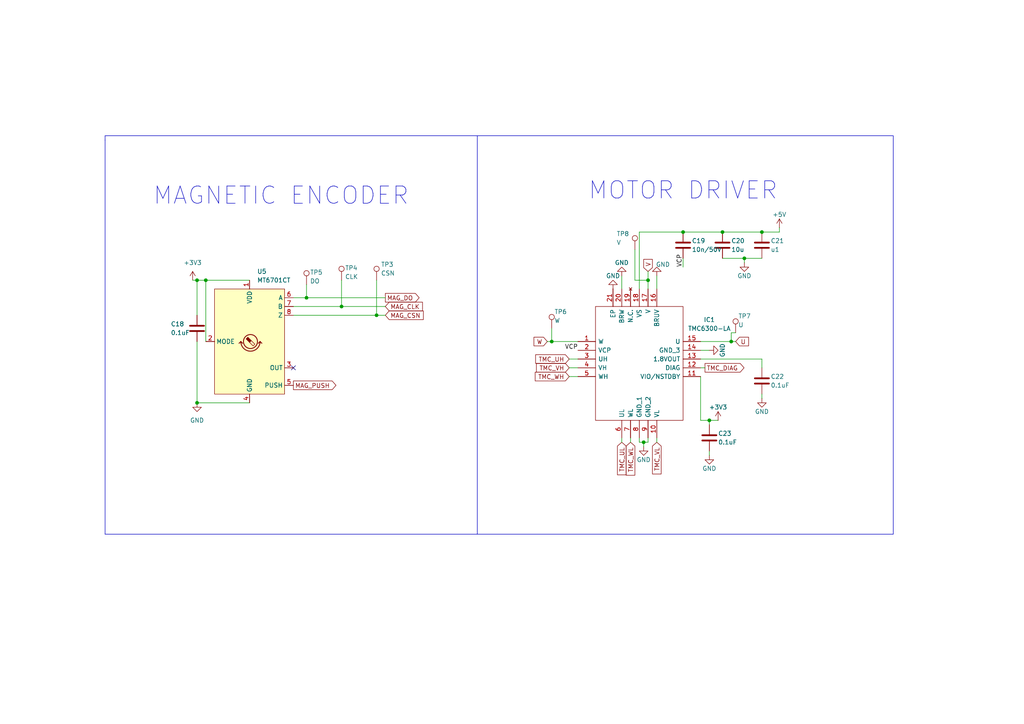
<source format=kicad_sch>
(kicad_sch (version 20250114) (generator "eeschema") (generator_version "9.0")
  (paper "A4")
  (lib_symbols
    (symbol "Connector:TestPoint" (pin_numbers (hide yes)) (pin_names (offset 0.762) (hide yes))
      (property "Reference" "TP" (at 0 6.858 0))
      (property "Value" "TestPoint" (at 0 5.08 0))
      (symbol "TestPoint_0_1"
        (circle (center 0 3.302) (radius 0.762))
      )
      (symbol "TestPoint_1_1"
        (pin passive line (at 0 0 90) (length 2.54) (name "1") (number "1"))
      )
    )
    (symbol "Device:C" (pin_numbers (hide yes)) (pin_names (offset 0.254))
      (property "Reference" "C" (at 0.635 2.54 0))
      (property "Value" "C" (at 0.635 -2.54 0))
      (symbol "C_0_1"
        (polyline (pts (xy -2.032 0.762) (xy 2.032 0.762)) (stroke (width 0.508)))
        (polyline (pts (xy -2.032 -0.762) (xy 2.032 -0.762)) (stroke (width 0.508)))
      )
      (symbol "C_1_1"
        (pin passive line (at 0 3.81 270) (length 2.794) (name "~") (number "1"))
        (pin passive line (at 0 -3.81 90) (length 2.794) (name "~") (number "2"))
      )
    )
    (symbol "Sensor_Magnetic:MT6701CT"
      (property "Reference" "U" (at -9.6632 16.4397 0))
      (property "Value" "MT6701CT" (at 5.5155 16.4397 0))
      (symbol "MT6701CT_0_1"
        (polyline (pts (xy -2.54 0) (xy -3.048 -0.508)) (stroke (width 0.254)))
        (polyline (pts (xy -2.54 0) (xy -2.032 -0.508)) (stroke (width 0.254)))
        (arc (start 3.048 0) (mid 0.254 -2.7819) (end -2.54 0) (stroke (width 0.254)))
        (polyline (pts (xy 3.048 0) (xy 2.54 -0.508)) (stroke (width 0.254)))
        (polyline (pts (xy 3.048 0) (xy 3.556 -0.508)) (stroke (width 0.254)))
      )
      (symbol "MT6701CT_1_1"
        (rectangle (start -10.16 15.24) (end 10.16 -15.24) (fill (type background)))
        (polyline (pts (xy -0.508 1.27) (xy 0.508 0.254) (xy 0 -0.254) (xy -1.016 0.762) (xy -0.762 1.016) (xy -0.508 1.27) (xy -0.381 1.143)) (fill (type outline)))
        (circle (center 0.254 0) (radius 2.032) (stroke (width 0.254)))
        (polyline (pts (xy 0.508 0.254) (xy 1.524 -0.762) (xy 1.016 -1.27) (xy 0 -0.254)))
        (pin input line (at -12.7 0 0) (length 2.54) (name "MODE") (number "2"))
        (pin power_in line (at 0 17.78 270) (length 2.54) (name "VDD") (number "1"))
        (pin power_in line (at 0 -17.78 90) (length 2.54) (name "GND") (number "4"))
        (pin output line (at 12.7 12.7 180) (length 2.54) (name "A") (number "6"))
        (pin output line (at 12.7 10.16 180) (length 2.54) (name "B") (number "7"))
        (pin output line (at 12.7 7.62 180) (length 2.54) (name "Z") (number "8"))
        (pin output line (at 12.7 -7.62 180) (length 2.54) (name "OUT") (number "3"))
        (pin output line (at 12.7 -12.7 180) (length 2.54) (name "PUSH") (number "5"))
      )
    )
    (symbol "TMC6300-LA:TMC6300-LA" (pin_names (offset 0.762))
      (property "Reference" "IC" (at 31.75 15.24 0))
      (property "Value" "TMC6300-LA" (at 31.75 12.7 0))
      (symbol "TMC6300-LA_0_0"
        (pin passive line (at 0 0 0) (length 5.08) (name "W") (number "1"))
        (pin passive line (at 0 -2.54 0) (length 5.08) (name "VCP") (number "2"))
        (pin passive line (at 0 -5.08 0) (length 5.08) (name "UH") (number "3"))
        (pin passive line (at 0 -7.62 0) (length 5.08) (name "VH") (number "4"))
        (pin passive line (at 0 -10.16 0) (length 5.08) (name "WH") (number "5"))
        (pin passive line (at 10.16 15.24 270) (length 5.08) (name "EP") (number "21"))
        (pin passive line (at 12.7 15.24 270) (length 5.08) (name "BRW") (number "20"))
        (pin passive line (at 12.7 -27.94 90) (length 5.08) (name "UL") (number "6"))
        (pin no_connect line (at 15.24 15.24 270) (length 5.08) (name "N.C.") (number "19"))
        (pin passive line (at 15.24 -27.94 90) (length 5.08) (name "WL") (number "7"))
        (pin passive line (at 17.78 15.24 270) (length 5.08) (name "VS") (number "18"))
        (pin passive line (at 17.78 -27.94 90) (length 5.08) (name "GND_1") (number "8"))
        (pin passive line (at 20.32 15.24 270) (length 5.08) (name "V") (number "17"))
        (pin passive line (at 20.32 -27.94 90) (length 5.08) (name "GND_2") (number "9"))
        (pin passive line (at 22.86 15.24 270) (length 5.08) (name "BRUV") (number "16"))
        (pin passive line (at 22.86 -27.94 90) (length 5.08) (name "VL") (number "10"))
        (pin passive line (at 35.56 0 180) (length 5.08) (name "U") (number "15"))
        (pin passive line (at 35.56 -2.54 180) (length 5.08) (name "GND_3") (number "14"))
        (pin passive line (at 35.56 -5.08 180) (length 5.08) (name "1.8VOUT") (number "13"))
        (pin passive line (at 35.56 -7.62 180) (length 5.08) (name "DIAG") (number "12"))
        (pin passive line (at 35.56 -10.16 180) (length 5.08) (name "VIO/NSTDBY") (number "11"))
      )
      (symbol "TMC6300-LA_0_1"
        (polyline (pts (xy 5.08 10.16) (xy 30.48 10.16) (xy 30.48 -22.86) (xy 5.08 -22.86) (xy 5.08 10.16)) (stroke (width 0.1524)))
      )
    )
    (symbol "power:+3V3" (power) (pin_numbers (hide yes)) (pin_names (offset 0) (hide yes))
      (property "Value" "+3V3" (at 0 3.556 0))
      (symbol "+3V3_0_1"
        (polyline (pts (xy -0.762 1.27) (xy 0 2.54)))
        (polyline (pts (xy 0 2.54) (xy 0.762 1.27)))
        (polyline (pts (xy 0 0) (xy 0 2.54)))
      )
      (symbol "+3V3_1_1"
        (pin power_in line (at 0 0 90) (length 0) (name "~") (number "1"))
      )
    )
    (symbol "power:+5V" (power) (pin_numbers (hide yes)) (pin_names (offset 0) (hide yes))
      (property "Value" "+5V" (at 0 3.556 0))
      (symbol "+5V_0_1"
        (polyline (pts (xy -0.762 1.27) (xy 0 2.54)))
        (polyline (pts (xy 0 2.54) (xy 0.762 1.27)))
        (polyline (pts (xy 0 0) (xy 0 2.54)))
      )
      (symbol "+5V_1_1"
        (pin power_in line (at 0 0 90) (length 0) (name "~") (number "1"))
      )
    )
    (symbol "power:GND" (power) (pin_numbers (hide yes)) (pin_names (offset 0) (hide yes))
      (property "Value" "GND" (at 0 -3.81 0))
      (symbol "GND_0_1"
        (polyline (pts (xy 0 0) (xy 0 -1.27) (xy 1.27 -1.27) (xy 0 -2.54) (xy -1.27 -1.27) (xy 0 -1.27)))
      )
      (symbol "GND_1_1"
        (pin power_in line (at 0 0 270) (length 0) (name "~") (number "1"))
      )
    )
  )
  (text "MOTOR DRIVER" (at 198.12 55.372 0) (effects (font (size 5 5))))
  (text "MAGNETIC ENCODER" (at 81.534 56.896 0) (effects (font (size 5 5))))
  (junction (at 57.15 116.84))
  (junction (at 59.69 81.28))
  (junction (at 160.02 99.06))
  (junction (at 198.12 67.31))
  (junction (at 88.9 86.36))
  (junction (at 186.69 128.27))
  (junction (at 187.96 81.28))
  (junction (at 209.55 67.31))
  (junction (at 212.09 99.06))
  (junction (at 57.15 81.28))
  (junction (at 109.22 91.44))
  (junction (at 99.06 88.9))
  (junction (at 220.98 67.31))
  (junction (at 205.74 121.92))
  (junction (at 215.9 74.93))
  (no_connect (at 85.09 106.68))
  (wire (pts (xy 187.96 128.27) (xy 187.96 127)))
  (wire (pts (xy 220.98 114.3) (xy 220.98 115.57)))
  (polyline (pts (xy 30.48 39.37) (xy 30.48 40.64)))
  (polyline (pts (xy 30.48 40.64) (xy 30.48 154.94)))
  (wire (pts (xy 88.9 82.55) (xy 88.9 86.36)))
  (wire (pts (xy 203.2 104.14) (xy 220.98 104.14)))
  (wire (pts (xy 185.42 67.31) (xy 198.12 67.31)))
  (wire (pts (xy 109.22 81.28) (xy 109.22 91.44)))
  (wire (pts (xy 220.98 67.31) (xy 226.06 67.31)))
  (wire (pts (xy 203.2 109.22) (xy 203.2 121.92)))
  (wire (pts (xy 203.2 106.68) (xy 204.47 106.68)))
  (wire (pts (xy 85.09 86.36) (xy 88.9 86.36)))
  (wire (pts (xy 205.74 121.92) (xy 205.74 123.19)))
  (wire (pts (xy 220.98 104.14) (xy 220.98 106.68)))
  (wire (pts (xy 165.1 104.14) (xy 167.64 104.14)))
  (wire (pts (xy 213.36 96.52) (xy 212.09 96.52)))
  (wire (pts (xy 209.55 67.31) (xy 220.98 67.31)))
  (wire (pts (xy 160.02 99.06) (xy 167.64 99.06)))
  (wire (pts (xy 187.96 81.28) (xy 187.96 83.82)))
  (wire (pts (xy 109.22 91.44) (xy 111.76 91.44)))
  (wire (pts (xy 185.42 128.27) (xy 186.69 128.27)))
  (wire (pts (xy 57.15 81.28) (xy 57.15 91.44)))
  (wire (pts (xy 186.69 128.27) (xy 187.96 128.27)))
  (wire (pts (xy 212.09 96.52) (xy 212.09 99.06)))
  (wire (pts (xy 57.15 81.28) (xy 59.69 81.28)))
  (wire (pts (xy 205.74 132.08) (xy 205.74 130.81)))
  (wire (pts (xy 160.02 95.25) (xy 160.02 99.06)))
  (wire (pts (xy 198.12 74.93) (xy 198.12 77.47)))
  (wire (pts (xy 209.55 74.93) (xy 215.9 74.93)))
  (wire (pts (xy 185.42 127) (xy 185.42 128.27)))
  (polyline (pts (xy 259.08 154.94) (xy 259.08 39.37)))
  (wire (pts (xy 59.69 81.28) (xy 59.69 99.06)))
  (wire (pts (xy 57.15 116.84) (xy 72.39 116.84)))
  (polyline (pts (xy 138.43 39.37) (xy 138.43 154.94)))
  (wire (pts (xy 190.5 127) (xy 190.5 128.27)))
  (wire (pts (xy 215.9 74.93) (xy 220.98 74.93)))
  (wire (pts (xy 212.09 99.06) (xy 213.36 99.06)))
  (wire (pts (xy 88.9 86.36) (xy 111.76 86.36)))
  (wire (pts (xy 203.2 121.92) (xy 205.74 121.92)))
  (wire (pts (xy 99.06 88.9) (xy 111.76 88.9)))
  (polyline (pts (xy 30.48 154.94) (xy 259.08 154.94)))
  (wire (pts (xy 205.74 121.92) (xy 208.28 121.92)))
  (wire (pts (xy 57.15 99.06) (xy 57.15 116.84)))
  (wire (pts (xy 203.2 101.6) (xy 205.74 101.6)))
  (wire (pts (xy 99.06 81.28) (xy 99.06 88.9)))
  (wire (pts (xy 226.06 66.04) (xy 226.06 67.31)))
  (polyline (pts (xy 259.08 39.37) (xy 30.48 39.37)))
  (wire (pts (xy 198.12 67.31) (xy 209.55 67.31)))
  (wire (pts (xy 184.15 81.28) (xy 187.96 81.28)))
  (wire (pts (xy 190.5 80.01) (xy 190.5 83.82)))
  (wire (pts (xy 85.09 88.9) (xy 99.06 88.9)))
  (wire (pts (xy 180.34 127) (xy 180.34 128.27)))
  (wire (pts (xy 85.09 91.44) (xy 109.22 91.44)))
  (wire (pts (xy 184.15 72.39) (xy 184.15 81.28)))
  (wire (pts (xy 185.42 83.82) (xy 185.42 67.31)))
  (wire (pts (xy 165.1 109.22) (xy 167.64 109.22)))
  (wire (pts (xy 186.69 128.27) (xy 186.69 129.54)))
  (wire (pts (xy 59.69 81.28) (xy 72.39 81.28)))
  (wire (pts (xy 215.9 74.93) (xy 215.9 76.2)))
  (wire (pts (xy 180.34 80.01) (xy 180.34 83.82)))
  (wire (pts (xy 187.96 78.74) (xy 187.96 81.28)))
  (wire (pts (xy 203.2 99.06) (xy 212.09 99.06)))
  (wire (pts (xy 55.88 81.28) (xy 57.15 81.28)))
  (wire (pts (xy 158.75 99.06) (xy 160.02 99.06)))
  (wire (pts (xy 182.88 127) (xy 182.88 128.27)))
  (wire (pts (xy 165.1 106.68) (xy 167.64 106.68)))
  (label "VCP" (at 198.12 77.47 90))
  (label "VCP" (at 167.64 101.6 180))
  (global_label "W" (shape input) (at 158.75 99.06 180) (property "Intersheetrefs" "${INTERSHEET_REFS}" (effects (hide yes))))
  (global_label "TMC_UL" (shape input) (at 180.34 128.27 270) (property "Intersheetrefs" "${INTERSHEET_REFS}" (effects (hide yes))))
  (global_label "TMC_WH" (shape input) (at 165.1 109.22 180) (property "Intersheetrefs" "${INTERSHEET_REFS}" (effects (hide yes))))
  (global_label "MAG_PUSH" (shape output) (at 85.09 111.76 0) (property "Intersheetrefs" "${INTERSHEET_REFS}" (effects (hide yes))))
  (global_label "U" (shape input) (at 213.36 99.06 0) (property "Intersheetrefs" "${INTERSHEET_REFS}" (effects (hide yes))))
  (global_label "TMC_DIAG" (shape output) (at 204.47 106.68 0) (property "Intersheetrefs" "${INTERSHEET_REFS}" (effects (hide yes))))
  (global_label "MAG_CLK" (shape input) (at 111.76 88.9 0) (property "Intersheetrefs" "${INTERSHEET_REFS}" (effects (hide yes))))
  (global_label "MAG_CSN" (shape input) (at 111.76 91.44 0) (property "Intersheetrefs" "${INTERSHEET_REFS}" (effects (hide yes))))
  (global_label "TMC_VH" (shape input) (at 165.1 106.68 180) (property "Intersheetrefs" "${INTERSHEET_REFS}" (effects (hide yes))))
  (global_label "V" (shape input) (at 187.96 78.74 90) (property "Intersheetrefs" "${INTERSHEET_REFS}" (effects (hide yes))))
  (global_label "TMC_WL" (shape input) (at 182.88 128.27 270) (property "Intersheetrefs" "${INTERSHEET_REFS}" (effects (hide yes))))
  (global_label "TMC_VL" (shape input) (at 190.5 128.27 270) (property "Intersheetrefs" "${INTERSHEET_REFS}" (effects (hide yes))))
  (global_label "TMC_UH" (shape input) (at 165.1 104.14 180) (property "Intersheetrefs" "${INTERSHEET_REFS}" (effects (hide yes))))
  (global_label "MAG_DO" (shape output) (at 111.76 86.36 0) (property "Intersheetrefs" "${INTERSHEET_REFS}" (effects (hide yes))))
  (symbol (lib_id "Connector:TestPoint") (at 88.9 82.55 0) (unit 1)
    (property "Reference" "TP5" (at 89.916 78.994 0) (effects (justify left)))
    (property "Value" "DO" (at 89.916 81.534 0) (effects (justify left)))
    (property "Footprint" "TestPoint:TestPoint_Pad_D2.0mm" (effects (hide yes)))
    (property "Description" "test point" (effects (hide yes)))
  )
  (symbol (lib_id "Device:C") (at 220.98 71.12 0) (unit 1)
    (property "Reference" "C21" (at 223.52 69.85 0) (effects (justify left)))
    (property "Value" "u1" (at 223.52 72.39 0) (effects (justify left)))
    (property "Footprint" "Capacitor_SMD:C_0402_1005Metric" (effects (hide yes)))
    (property "Description" "Unpolarized capacitor" (effects (hide yes)))
  )
  (symbol (lib_id "Device:C") (at 205.74 127 0) (unit 1)
    (property "Reference" "C23" (at 208.28 125.73 0) (effects (justify left)))
    (property "Value" "0.1uF" (at 208.28 128.27 0) (effects (justify left)))
    (property "Footprint" "Capacitor_SMD:C_0402_1005Metric" (effects (hide yes)))
    (property "Description" "Unpolarized capacitor" (effects (hide yes)))
  )
  (symbol (lib_id "power:GND") (at 186.69 129.54 0) (unit 1)
    (property "Reference" "#PWR03" (effects (hide yes)))
    (property "Value" "GND" (at 186.69 133.35 0))
    (property "Description" "Power symbol creates a global label with name \"GND\" , ground" (effects (hide yes)))
  )
  (symbol (lib_id "Connector:TestPoint") (at 109.22 81.28 0) (unit 1)
    (property "Reference" "TP3" (at 110.49 76.708 0) (effects (justify left)))
    (property "Value" "CSN" (at 110.49 79.248 0) (effects (justify left)))
    (property "Footprint" "TestPoint:TestPoint_Pad_D2.0mm" (effects (hide yes)))
    (property "Description" "test point" (effects (hide yes)))
  )
  (symbol (lib_id "Sensor_Magnetic:MT6701CT") (at 72.39 99.06 0) (unit 1)
    (property "Reference" "U5" (at 74.5841 78.74 0) (effects (justify left)))
    (property "Value" "MT6701CT" (at 74.5841 81.28 0) (effects (justify left)))
    (property "Footprint" "Package_SO:SO-8_3.9x4.9mm_P1.27mm" (effects (hide yes)))
    (property "Datasheet" "https://www.magntek.com.cn/upload/MT6701_Rev.1.5.pdf" (effects (hide yes)))
    (property "Description" "Hall Based Angle Position Encoder Sensor, I2C, SSI, ABZ & UVW interfaces, 3.3..5V supply, SOIC-8" (effects (hide yes)))
  )
  (symbol (lib_id "Device:C") (at 57.15 95.25 0) (unit 1)
    (property "Reference" "C18" (at 49.53 93.98 0) (effects (justify left)))
    (property "Value" "0.1uF" (at 49.53 96.52 0) (effects (justify left)))
    (property "Footprint" "Capacitor_SMD:C_0805_2012Metric_Pad1.18x1.45mm_HandSolder" (effects (hide yes)))
    (property "Description" "Unpolarized capacitor" (effects (hide yes)))
  )
  (symbol (lib_id "TMC6300-LA:TMC6300-LA") (at 167.64 99.06 0) (unit 1)
    (property "Reference" "IC1" (at 205.74 92.7414 0))
    (property "Value" "TMC6300-LA" (at 205.74 95.2814 0))
    (property "Footprint" "QFN40P300X300X90-21N" (effects (hide yes)))
    (property "Datasheet" "https://www.analog.com/TMC6300/datasheet" (effects (hide yes)))
    (property "Description" "Highly Efficient Low Voltage, Zero Standby Current Driver for 3-Phase BLDC/PMSM Motors up to 2A peak, Triple Half-Bridge with separate HS and LS control signals" (effects (hide yes)))
    (property "Description_1" "Highly Efficient Low Voltage, Zero Standby Current Driver for 3-Phase BLDC/PMSM Motors up to 2A peak, Triple Half-Bridge with separate HS and LS control signals" (effects (hide yes)))
    (property "Height" "0.9" (effects (hide yes)))
    (property "Mouser Part Number" "700-TMC6300-LA" (effects (hide yes)))
    (property "Mouser Price/Stock" "https://www.mouser.co.uk/ProductDetail/ADI-Trinamic/TMC6300-LA?qs=QNEnbhJQKvYIagO3WUG%252BYg%3D%3D" (effects (hide yes)))
    (property "Manufacturer_Name" "Analog Devices" (effects (hide yes)))
    (property "Manufacturer_Part_Number" "TMC6300-LA" (effects (hide yes)))
  )
  (symbol (lib_id "Device:C") (at 220.98 110.49 0) (unit 1)
    (property "Reference" "C22" (at 223.52 109.22 0) (effects (justify left)))
    (property "Value" "0.1uF" (at 223.52 111.76 0) (effects (justify left)))
    (property "Footprint" "Capacitor_SMD:C_0402_1005Metric" (effects (hide yes)))
    (property "Description" "Unpolarized capacitor" (effects (hide yes)))
  )
  (symbol (lib_id "power:GND") (at 57.15 116.84 0) (unit 1)
    (property "Reference" "#PWR043" (effects (hide yes)))
    (property "Value" "GND" (at 57.15 121.92 0))
    (property "Description" "Power symbol creates a global label with name \"GND\" , ground" (effects (hide yes)))
  )
  (symbol (lib_id "Connector:TestPoint") (at 213.36 96.52 0) (unit 1)
    (property "Reference" "TP7" (at 214.122 91.694 0) (effects (justify left)))
    (property "Value" "U" (at 214.122 94.234 0) (effects (justify left)))
    (property "Footprint" "TestPoint:TestPoint_Pad_D2.0mm" (effects (hide yes)))
    (property "Description" "test point" (effects (hide yes)))
  )
  (symbol (lib_id "power:GND") (at 205.74 101.6 90) (unit 1)
    (property "Reference" "#PWR05" (effects (hide yes)))
    (property "Value" "GND" (at 209.55 101.6 0))
    (property "Description" "Power symbol creates a global label with name \"GND\" , ground" (effects (hide yes)))
  )
  (symbol (lib_id "Connector:TestPoint") (at 184.15 72.39 0) (unit 1)
    (property "Reference" "TP8" (at 178.816 67.818 0) (effects (justify left)))
    (property "Value" "V" (at 178.816 70.358 0) (effects (justify left)))
    (property "Footprint" "TestPoint:TestPoint_Pad_D2.0mm" (effects (hide yes)))
    (property "Description" "test point" (effects (hide yes)))
  )
  (symbol (lib_id "power:+5V") (at 226.06 66.04 0) (unit 1)
    (property "Reference" "#PWR055" (effects (hide yes)))
    (property "Value" "+5V" (at 226.06 62.23 0))
    (property "Description" "Power symbol creates a global label with name \"+5V\"" (effects (hide yes)))
  )
  (symbol (lib_id "power:GND") (at 205.74 132.08 0) (unit 1)
    (property "Reference" "#PWR058" (effects (hide yes)))
    (property "Value" "GND" (at 205.74 135.89 0))
    (property "Description" "Power symbol creates a global label with name \"GND\" , ground" (effects (hide yes)))
  )
  (symbol (lib_id "Connector:TestPoint") (at 99.06 81.28 0) (unit 1)
    (property "Reference" "TP4" (at 100.076 77.724 0) (effects (justify left)))
    (property "Value" "CLK" (at 100.076 80.264 0) (effects (justify left)))
    (property "Footprint" "TestPoint:TestPoint_Pad_D2.0mm" (effects (hide yes)))
    (property "Description" "test point" (effects (hide yes)))
  )
  (symbol (lib_id "Connector:TestPoint") (at 160.02 95.25 0) (unit 1)
    (property "Reference" "TP6" (at 160.782 90.424 0) (effects (justify left)))
    (property "Value" "W" (at 160.782 92.964 0) (effects (justify left)))
    (property "Footprint" "TestPoint:TestPoint_Pad_D2.0mm" (effects (hide yes)))
    (property "Description" "test point" (effects (hide yes)))
  )
  (symbol (lib_id "power:GND") (at 220.98 115.57 0) (unit 1)
    (property "Reference" "#PWR054" (effects (hide yes)))
    (property "Value" "GND" (at 220.98 119.38 0))
    (property "Description" "Power symbol creates a global label with name \"GND\" , ground" (effects (hide yes)))
  )
  (symbol (lib_id "Device:C") (at 209.55 71.12 0) (unit 1)
    (property "Reference" "C20" (at 212.09 69.85 0) (effects (justify left)))
    (property "Value" "10u" (at 212.09 72.39 0) (effects (justify left)))
    (property "Footprint" "Capacitor_SMD:C_0402_1005Metric" (effects (hide yes)))
    (property "Description" "Unpolarized capacitor" (effects (hide yes)))
  )
  (symbol (lib_id "power:GND") (at 180.34 80.01 180) (unit 1)
    (property "Reference" "#PWR012" (effects (hide yes)))
    (property "Value" "GND" (at 180.34 76.2 0))
    (property "Description" "Power symbol creates a global label with name \"GND\" , ground" (effects (hide yes)))
  )
  (symbol (lib_id "Device:C") (at 198.12 71.12 0) (unit 1)
    (property "Reference" "C19" (at 200.66 69.85 0) (effects (justify left)))
    (property "Value" "10n/50V" (at 200.66 72.39 0) (effects (justify left)))
    (property "Footprint" "Capacitor_SMD:C_0402_1005Metric" (effects (hide yes)))
    (property "Description" "Unpolarized capacitor" (effects (hide yes)))
  )
  (symbol (lib_id "power:+3V3") (at 55.88 81.28 0) (unit 1)
    (property "Reference" "#PWR044" (effects (hide yes)))
    (property "Value" "+3V3" (at 55.88 76.2 0))
    (property "Description" "Power symbol creates a global label with name \"+3V3\"" (effects (hide yes)))
  )
  (symbol (lib_id "power:+3V3") (at 208.28 121.92 0) (unit 1)
    (property "Reference" "#PWR057" (effects (hide yes)))
    (property "Value" "+3V3" (at 208.28 118.11 0))
    (property "Description" "Power symbol creates a global label with name \"+3V3\"" (effects (hide yes)))
  )
  (symbol (lib_id "power:GND") (at 190.5 80.01 180) (unit 1)
    (property "Reference" "#PWR028" (effects (hide yes)))
    (property "Value" "GND" (at 192.278 76.708 0))
    (property "Description" "Power symbol creates a global label with name \"GND\" , ground" (effects (hide yes)))
  )
  (symbol (lib_id "power:GND") (at 177.8 83.82 180) (unit 1)
    (property "Reference" "#PWR025" (effects (hide yes)))
    (property "Value" "GND" (at 177.8 80.01 0))
    (property "Description" "Power symbol creates a global label with name \"GND\" , ground" (effects (hide yes)))
  )
  (symbol (lib_id "power:GND") (at 215.9 76.2 0) (unit 1)
    (property "Reference" "#PWR056" (effects (hide yes)))
    (property "Value" "GND" (at 215.9 80.01 0))
    (property "Description" "Power symbol creates a global label with name \"GND\" , ground" (effects (hide yes)))
  )
)
</source>
